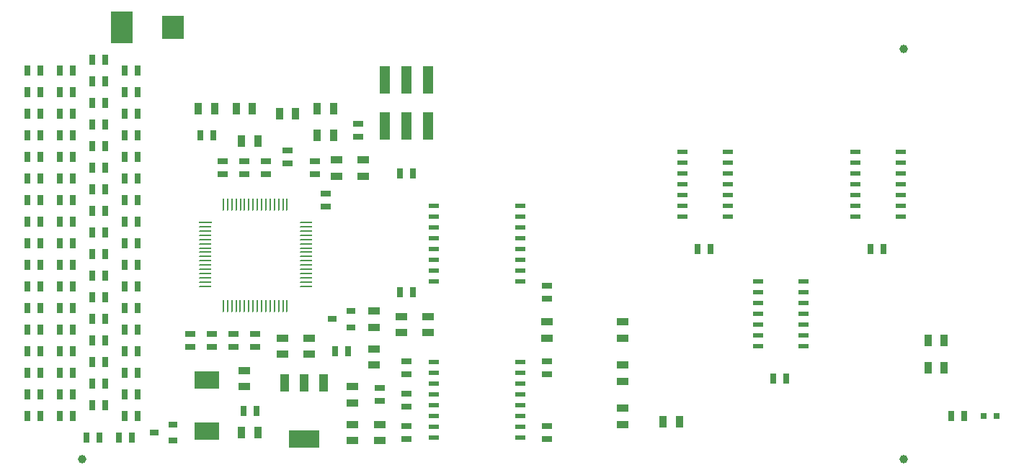
<source format=gtp>
G04 (created by PCBNEW (2013-jul-07)-stable) date Sun Aug 30 14:00:53 2015*
%MOIN*%
G04 Gerber Fmt 3.4, Leading zero omitted, Abs format*
%FSLAX34Y34*%
G01*
G70*
G90*
G04 APERTURE LIST*
%ADD10C,0.00590551*%
%ADD11R,0.06X0.0098*%
%ADD12O,0.06X0.0098*%
%ADD13O,0.0098X0.06*%
%ADD14R,0.0394X0.0315*%
%ADD15R,0.144X0.08*%
%ADD16R,0.04X0.08*%
%ADD17R,0.045X0.02*%
%ADD18R,0.1181X0.0787*%
%ADD19R,0.055X0.035*%
%ADD20R,0.035X0.055*%
%ADD21R,0.025X0.045*%
%ADD22R,0.045X0.025*%
%ADD23R,0.0314X0.0314*%
%ADD24R,0.05X0.125197*%
%ADD25C,0.0394*%
%ADD26R,0.1004X0.1063*%
%ADD27R,0.1004X0.1496*%
G04 APERTURE END LIST*
G54D10*
G54D11*
X34689Y-22024D03*
G54D12*
X34689Y-22221D03*
X34689Y-22418D03*
X34689Y-22615D03*
X34689Y-22812D03*
X34689Y-23008D03*
X34689Y-23205D03*
X34689Y-23402D03*
X34689Y-23599D03*
X34689Y-23796D03*
X34689Y-23993D03*
X34689Y-24189D03*
X34689Y-24386D03*
X34689Y-24583D03*
X34689Y-24780D03*
X34689Y-24977D03*
G54D13*
X35524Y-25875D03*
X35721Y-25875D03*
X35918Y-25875D03*
X36115Y-25875D03*
X36312Y-25875D03*
X36508Y-25875D03*
X36705Y-25875D03*
X36902Y-25875D03*
X37099Y-25875D03*
X37296Y-25875D03*
X37493Y-25875D03*
X37689Y-25875D03*
X37886Y-25875D03*
X38083Y-25875D03*
X38280Y-25875D03*
X38477Y-25875D03*
G54D12*
X39375Y-24977D03*
X39375Y-24780D03*
X39375Y-24583D03*
X39375Y-24386D03*
X39375Y-24189D03*
X39375Y-23993D03*
X39375Y-23796D03*
X39375Y-23599D03*
X39375Y-23402D03*
X39375Y-23205D03*
X39375Y-23008D03*
X39375Y-22812D03*
X39375Y-22615D03*
X39375Y-22418D03*
X39375Y-22221D03*
X39375Y-22024D03*
G54D13*
X38477Y-21189D03*
X38280Y-21189D03*
X37886Y-21189D03*
X38083Y-21182D03*
X37689Y-21189D03*
X37493Y-21189D03*
X37296Y-21189D03*
X37099Y-21189D03*
X36902Y-21189D03*
X36705Y-21189D03*
X36511Y-21189D03*
X36314Y-21189D03*
X36117Y-21189D03*
X35920Y-21189D03*
X35724Y-21189D03*
X35527Y-21189D03*
G54D14*
X40567Y-26500D03*
X41433Y-26125D03*
X41433Y-26875D03*
X32317Y-31750D03*
X33183Y-31375D03*
X33183Y-32125D03*
G54D15*
X39250Y-32050D03*
G54D16*
X39250Y-29450D03*
X38350Y-29450D03*
X40150Y-29450D03*
G54D17*
X49250Y-32000D03*
X49250Y-31500D03*
X49250Y-31000D03*
X49250Y-30500D03*
X49250Y-30000D03*
X49250Y-29500D03*
X49250Y-29000D03*
X49250Y-28500D03*
X45250Y-28500D03*
X45250Y-29000D03*
X45250Y-29500D03*
X45250Y-30000D03*
X45250Y-30500D03*
X45250Y-31000D03*
X45250Y-31500D03*
X45250Y-32000D03*
X49250Y-24750D03*
X49250Y-24250D03*
X49250Y-23750D03*
X49250Y-23250D03*
X49250Y-22750D03*
X49250Y-22250D03*
X49250Y-21750D03*
X49250Y-21250D03*
X45250Y-21250D03*
X45250Y-21750D03*
X45250Y-22250D03*
X45250Y-22750D03*
X45250Y-23250D03*
X45250Y-23750D03*
X45250Y-24250D03*
X45250Y-24750D03*
X62350Y-27750D03*
X62350Y-27250D03*
X62350Y-26750D03*
X62350Y-26250D03*
X62350Y-25750D03*
X62350Y-25250D03*
X62350Y-24750D03*
X60250Y-24750D03*
X60250Y-25250D03*
X60250Y-25750D03*
X60250Y-26250D03*
X60250Y-26750D03*
X60250Y-27250D03*
X60250Y-27750D03*
X66850Y-21750D03*
X66850Y-21250D03*
X66850Y-20750D03*
X66850Y-20250D03*
X66850Y-19750D03*
X66850Y-19250D03*
X66850Y-18750D03*
X64750Y-18750D03*
X64750Y-19250D03*
X64750Y-19750D03*
X64750Y-20250D03*
X64750Y-20750D03*
X64750Y-21250D03*
X64750Y-21750D03*
X58850Y-21750D03*
X58850Y-21250D03*
X58850Y-20750D03*
X58850Y-20250D03*
X58850Y-19750D03*
X58850Y-19250D03*
X58850Y-18750D03*
X56750Y-18750D03*
X56750Y-19250D03*
X56750Y-19750D03*
X56750Y-20250D03*
X56750Y-20750D03*
X56750Y-21250D03*
X56750Y-21750D03*
G54D18*
X34750Y-29319D03*
X34750Y-31681D03*
G54D19*
X54000Y-31375D03*
X54000Y-30625D03*
X54000Y-29375D03*
X54000Y-28625D03*
G54D20*
X55875Y-31250D03*
X56625Y-31250D03*
G54D19*
X42500Y-28625D03*
X42500Y-27875D03*
X42750Y-32125D03*
X42750Y-31375D03*
X41500Y-29625D03*
X41500Y-30375D03*
G54D20*
X68125Y-28750D03*
X68875Y-28750D03*
X68125Y-27500D03*
X68875Y-27500D03*
G54D19*
X42500Y-26125D03*
X42500Y-26875D03*
X41500Y-32125D03*
X41500Y-31375D03*
G54D20*
X39875Y-16750D03*
X40625Y-16750D03*
G54D19*
X36500Y-29625D03*
X36500Y-28875D03*
X39500Y-27375D03*
X39500Y-28125D03*
G54D20*
X38875Y-17000D03*
X38125Y-17000D03*
G54D19*
X38250Y-27375D03*
X38250Y-28125D03*
G54D20*
X34375Y-16750D03*
X35125Y-16750D03*
X39875Y-18000D03*
X40625Y-18000D03*
X36875Y-16750D03*
X36125Y-16750D03*
G54D19*
X54000Y-27375D03*
X54000Y-26625D03*
X50500Y-27375D03*
X50500Y-26625D03*
X45000Y-26375D03*
X45000Y-27125D03*
X43750Y-27125D03*
X43750Y-26375D03*
X42000Y-19875D03*
X42000Y-19125D03*
X40750Y-19875D03*
X40750Y-19125D03*
G54D20*
X36375Y-31750D03*
X37125Y-31750D03*
X37125Y-18250D03*
X36375Y-18250D03*
G54D21*
X65450Y-23250D03*
X66050Y-23250D03*
X57450Y-23250D03*
X58050Y-23250D03*
X31300Y-32000D03*
X30700Y-32000D03*
X29800Y-32000D03*
X29200Y-32000D03*
G54D22*
X44000Y-30550D03*
X44000Y-29950D03*
X41750Y-18050D03*
X41750Y-17450D03*
G54D21*
X60950Y-29250D03*
X61550Y-29250D03*
G54D22*
X44000Y-32050D03*
X44000Y-31450D03*
X44000Y-29050D03*
X44000Y-28450D03*
X50500Y-29050D03*
X50500Y-28450D03*
X42750Y-30300D03*
X42750Y-29700D03*
X50500Y-32050D03*
X50500Y-31450D03*
G54D21*
X44300Y-25250D03*
X43700Y-25250D03*
G54D22*
X36000Y-27200D03*
X36000Y-27800D03*
X36500Y-19800D03*
X36500Y-19200D03*
X37000Y-27800D03*
X37000Y-27200D03*
X37500Y-19200D03*
X37500Y-19800D03*
G54D21*
X34450Y-18000D03*
X35050Y-18000D03*
G54D22*
X38500Y-19300D03*
X38500Y-18700D03*
X35500Y-19800D03*
X35500Y-19200D03*
G54D21*
X69800Y-31000D03*
X69200Y-31000D03*
G54D22*
X50500Y-24950D03*
X50500Y-25550D03*
G54D21*
X43700Y-19750D03*
X44300Y-19750D03*
G54D22*
X39750Y-19800D03*
X39750Y-19200D03*
X35000Y-27200D03*
X35000Y-27800D03*
X40250Y-21300D03*
X40250Y-20700D03*
X34000Y-27200D03*
X34000Y-27800D03*
G54D21*
X40700Y-28000D03*
X41300Y-28000D03*
X37050Y-30750D03*
X36450Y-30750D03*
G54D23*
X71295Y-31000D03*
X70705Y-31000D03*
G54D24*
X44000Y-17570D03*
X45000Y-17570D03*
X43000Y-17570D03*
X44000Y-15429D03*
X43000Y-15429D03*
X45000Y-15429D03*
G54D21*
X26450Y-21000D03*
X27050Y-21000D03*
X26450Y-23000D03*
X27050Y-23000D03*
X26450Y-22000D03*
X27050Y-22000D03*
X26450Y-20000D03*
X27050Y-20000D03*
X26450Y-31000D03*
X27050Y-31000D03*
X26450Y-30000D03*
X27050Y-30000D03*
X26450Y-28000D03*
X27050Y-28000D03*
X26450Y-29000D03*
X27050Y-29000D03*
X26450Y-18000D03*
X27050Y-18000D03*
X26450Y-19000D03*
X27050Y-19000D03*
X26450Y-16000D03*
X27050Y-16000D03*
X26450Y-17000D03*
X27050Y-17000D03*
X26450Y-15000D03*
X27050Y-15000D03*
X26450Y-25000D03*
X27050Y-25000D03*
X26450Y-24000D03*
X27050Y-24000D03*
X26450Y-26000D03*
X27050Y-26000D03*
X26450Y-27000D03*
X27050Y-27000D03*
X30950Y-23000D03*
X31550Y-23000D03*
X27950Y-23000D03*
X28550Y-23000D03*
X29450Y-22500D03*
X30050Y-22500D03*
X29450Y-21500D03*
X30050Y-21500D03*
X27950Y-22000D03*
X28550Y-22000D03*
X30950Y-22000D03*
X31550Y-22000D03*
X30950Y-20000D03*
X31550Y-20000D03*
X27950Y-20000D03*
X28550Y-20000D03*
X29450Y-19500D03*
X30050Y-19500D03*
X29450Y-16500D03*
X30050Y-16500D03*
X30950Y-31000D03*
X31550Y-31000D03*
X27950Y-31000D03*
X28550Y-31000D03*
X29450Y-30500D03*
X30050Y-30500D03*
X29450Y-29500D03*
X30050Y-29500D03*
X27950Y-30000D03*
X28550Y-30000D03*
X30950Y-30000D03*
X31550Y-30000D03*
X30950Y-28000D03*
X31550Y-28000D03*
X27950Y-28000D03*
X28550Y-28000D03*
X29450Y-27500D03*
X30050Y-27500D03*
X29450Y-28500D03*
X30050Y-28500D03*
X30950Y-19000D03*
X31550Y-19000D03*
X27950Y-19000D03*
X28550Y-19000D03*
X29450Y-18500D03*
X30050Y-18500D03*
X29450Y-20500D03*
X30050Y-20500D03*
X29450Y-17500D03*
X30050Y-17500D03*
X27950Y-18000D03*
X28550Y-18000D03*
X30950Y-18000D03*
X31550Y-18000D03*
X30950Y-16000D03*
X31550Y-16000D03*
X27950Y-16000D03*
X28550Y-16000D03*
X29450Y-15500D03*
X30050Y-15500D03*
X27950Y-15000D03*
X28550Y-15000D03*
X27950Y-17000D03*
X28550Y-17000D03*
X30950Y-17000D03*
X31550Y-17000D03*
X30950Y-21000D03*
X31550Y-21000D03*
X27950Y-21000D03*
X28550Y-21000D03*
X30950Y-15000D03*
X31550Y-15000D03*
X29450Y-14500D03*
X30050Y-14500D03*
X30950Y-29000D03*
X31550Y-29000D03*
X27950Y-29000D03*
X28550Y-29000D03*
X27950Y-25000D03*
X28550Y-25000D03*
X29450Y-24500D03*
X30050Y-24500D03*
X29450Y-23500D03*
X30050Y-23500D03*
X27950Y-24000D03*
X28550Y-24000D03*
X30950Y-25000D03*
X31550Y-25000D03*
X30950Y-24000D03*
X31550Y-24000D03*
X30950Y-26000D03*
X31550Y-26000D03*
X27950Y-26000D03*
X28550Y-26000D03*
X29450Y-25500D03*
X30050Y-25500D03*
X29450Y-26500D03*
X30050Y-26500D03*
X27950Y-27000D03*
X28550Y-27000D03*
X30950Y-27000D03*
X31550Y-27000D03*
G54D25*
X29000Y-33000D03*
X67000Y-33000D03*
X67000Y-14000D03*
G54D26*
X33181Y-13000D03*
G54D27*
X30819Y-13000D03*
M02*

</source>
